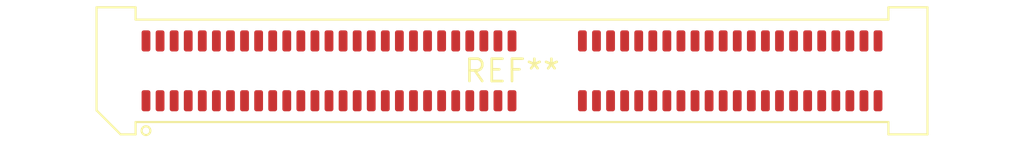
<source format=kicad_pcb>
(kicad_pcb (version 20240108) (generator pcbnew)
  (layers (0 "F.Cu" signal) (31 "B.Cu" signal) (34 "B.Paste" user) (35 "F.Paste" user) (36 "B.SilkS" user "B.Silkscreen") (37 "F.SilkS" user "F.Silkscreen") (38 "B.Mask" user) (39 "F.Mask" user) (44 "Edge.Cuts" user))
  (net 0 "")
  (footprint "Samtec_HSEC8-149-01-X-DV_2x49_P0.8mm_Pol27_Socket" (layer "F.Cu") (at 0 0)
    (property "Reference" "REF**")
    (property "Value" "Samtec_HSEC8-149-01-X-DV_2x49_P0.8mm_Pol27_Socket")
    (fp_line (start -23.61 -3.61) (end -21.39 -3.61) (layer "F.SilkS") (stroke (width 0.12)))
    (fp_line (start -23.61 2.245563) (end -23.61 -3.61) (layer "F.SilkS") (stroke (width 0.12)))
    (fp_line (start -22.245563 3.61) (end -23.61 2.245563) (layer "F.SilkS") (stroke (width 0.12)))
    (fp_line (start -21.39 -3.61) (end -21.39 -2.91) (layer "F.SilkS") (stroke (width 0.12)))
    (fp_line (start -21.39 -2.91) (end 21.39 -2.91) (layer "F.SilkS") (stroke (width 0.12)))
    (fp_line (start -21.39 2.91) (end -21.39 3.61) (layer "F.SilkS") (stroke (width 0.12)))
    (fp_line (start -21.39 3.61) (end -22.245563 3.61) (layer "F.SilkS") (stroke (width 0.12)))
    (fp_line (start 21.39 -3.61) (end 23.61 -3.61) (layer "F.SilkS") (stroke (width 0.12)))
    (fp_line (start 21.39 -2.91) (end 21.39 -3.61) (layer "F.SilkS") (stroke (width 0.12)))
    (fp_line (start 21.39 2.91) (end -21.39 2.91) (layer "F.SilkS") (stroke (width 0.12)))
    (fp_line (start 21.39 3.61) (end 21.39 2.91) (layer "F.SilkS") (stroke (width 0.12)))
    (fp_line (start 23.61 -3.61) (end 23.61 3.61) (layer "F.SilkS") (stroke (width 0.12)))
    (fp_line (start 23.61 3.61) (end 21.39 3.61) (layer "F.SilkS") (stroke (width 0.12)))
    (fp_arc (start -20.55 3.4) (mid -21.05 3.4) (end -20.55 3.4) (layer "F.SilkS") (stroke (width 0.12)))
    (pad "1" smd roundrect (at -20.8 1.7) (size 0.5 1.2) (layers "F.Cu" "F.Paste" "F.Mask"))
    (pad "2" smd roundrect (at -20.8 -1.7) (size 0.5 1.2) (layers "F.Cu" "F.Paste" "F.Mask"))
    (pad "3" smd roundrect (at -20 1.7) (size 0.5 1.2) (layers "F.Cu" "F.Paste" "F.Mask"))
    (pad "4" smd roundrect (at -20 -1.7) (size 0.5 1.2) (layers "F.Cu" "F.Paste" "F.Mask"))
    (pad "5" smd roundrect (at -19.2 1.7) (size 0.5 1.2) (layers "F.Cu" "F.Paste" "F.Mask"))
    (pad "6" smd roundrect (at -19.2 -1.7) (size 0.5 1.2) (layers "F.Cu" "F.Paste" "F.Mask"))
    (pad "7" smd roundrect (at -18.4 1.7) (size 0.5 1.2) (layers "F.Cu" "F.Paste" "F.Mask"))
    (pad "8" smd roundrect (at -18.4 -1.7) (size 0.5 1.2) (layers "F.Cu" "F.Paste" "F.Mask"))
    (pad "9" smd roundrect (at -17.6 1.7) (size 0.5 1.2) (layers "F.Cu" "F.Paste" "F.Mask"))
    (pad "10" smd roundrect (at -17.6 -1.7) (size 0.5 1.2) (layers "F.Cu" "F.Paste" "F.Mask"))
    (pad "11" smd roundrect (at -16.8 1.7) (size 0.5 1.2) (layers "F.Cu" "F.Paste" "F.Mask"))
    (pad "12" smd roundrect (at -16.8 -1.7) (size 0.5 1.2) (layers "F.Cu" "F.Paste" "F.Mask"))
    (pad "13" smd roundrect (at -16 1.7) (size 0.5 1.2) (layers "F.Cu" "F.Paste" "F.Mask"))
    (pad "14" smd roundrect (at -16 -1.7) (size 0.5 1.2) (layers "F.Cu" "F.Paste" "F.Mask"))
    (pad "15" smd roundrect (at -15.2 1.7) (size 0.5 1.2) (layers "F.Cu" "F.Paste" "F.Mask"))
    (pad "16" smd roundrect (at -15.2 -1.7) (size 0.5 1.2) (layers "F.Cu" "F.Paste" "F.Mask"))
    (pad "17" smd roundrect (at -14.4 1.7) (size 0.5 1.2) (layers "F.Cu" "F.Paste" "F.Mask"))
    (pad "18" smd roundrect (at -14.4 -1.7) (size 0.5 1.2) (layers "F.Cu" "F.Paste" "F.Mask"))
    (pad "19" smd roundrect (at -13.6 1.7) (size 0.5 1.2) (layers "F.Cu" "F.Paste" "F.Mask"))
    (pad "20" smd roundrect (at -13.6 -1.7) (size 0.5 1.2) (layers "F.Cu" "F.Paste" "F.Mask"))
    (pad "21" smd roundrect (at -12.8 1.7) (size 0.5 1.2) (layers "F.Cu" "F.Paste" "F.Mask"))
    (pad "22" smd roundrect (at -12.8 -1.7) (size 0.5 1.2) (layers "F.Cu" "F.Paste" "F.Mask"))
    (pad "23" smd roundrect (at -12 1.7) (size 0.5 1.2) (layers "F.Cu" "F.Paste" "F.Mask"))
    (pad "24" smd roundrect (at -12 -1.7) (size 0.5 1.2) (layers "F.Cu" "F.Paste" "F.Mask"))
    (pad "25" smd roundrect (at -11.2 1.7) (size 0.5 1.2) (layers "F.Cu" "F.Paste" "F.Mask"))
    (pad "26" smd roundrect (at -11.2 -1.7) (size 0.5 1.2) (layers "F.Cu" "F.Paste" "F.Mask"))
    (pad "27" smd roundrect (at -10.4 1.7) (size 0.5 1.2) (layers "F.Cu" "F.Paste" "F.Mask"))
    (pad "28" smd roundrect (at -10.4 -1.7) (size 0.5 1.2) (layers "F.Cu" "F.Paste" "F.Mask"))
    (pad "29" smd roundrect (at -9.6 1.7) (size 0.5 1.2) (layers "F.Cu" "F.Paste" "F.Mask"))
    (pad "30" smd roundrect (at -9.6 -1.7) (size 0.5 1.2) (layers "F.Cu" "F.Paste" "F.Mask"))
    (pad "31" smd roundrect (at -8.8 1.7) (size 0.5 1.2) (layers "F.Cu" "F.Paste" "F.Mask"))
    (pad "32" smd roundrect (at -8.8 -1.7) (size 0.5 1.2) (layers "F.Cu" "F.Paste" "F.Mask"))
    (pad "33" smd roundrect (at -8 1.7) (size 0.5 1.2) (layers "F.Cu" "F.Paste" "F.Mask"))
    (pad "34" smd roundrect (at -8 -1.7) (size 0.5 1.2) (layers "F.Cu" "F.Paste" "F.Mask"))
    (pad "35" smd roundrect (at -7.2 1.7) (size 0.5 1.2) (layers "F.Cu" "F.Paste" "F.Mask"))
    (pad "36" smd roundrect (at -7.2 -1.7) (size 0.5 1.2) (layers "F.Cu" "F.Paste" "F.Mask"))
    (pad "37" smd roundrect (at -6.4 1.7) (size 0.5 1.2) (layers "F.Cu" "F.Paste" "F.Mask"))
    (pad "38" smd roundrect (at -6.4 -1.7) (size 0.5 1.2) (layers "F.Cu" "F.Paste" "F.Mask"))
    (pad "39" smd roundrect (at -5.6 1.7) (size 0.5 1.2) (layers "F.Cu" "F.Paste" "F.Mask"))
    (pad "40" smd roundrect (at -5.6 -1.7) (size 0.5 1.2) (layers "F.Cu" "F.Paste" "F.Mask"))
    (pad "41" smd roundrect (at -4.8 1.7) (size 0.5 1.2) (layers "F.Cu" "F.Paste" "F.Mask"))
    (pad "42" smd roundrect (at -4.8 -1.7) (size 0.5 1.2) (layers "F.Cu" "F.Paste" "F.Mask"))
    (pad "43" smd roundrect (at -4 1.7) (size 0.5 1.2) (layers "F.Cu" "F.Paste" "F.Mask"))
    (pad "44" smd roundrect (at -4 -1.7) (size 0.5 1.2) (layers "F.Cu" "F.Paste" "F.Mask"))
    (pad "45" smd roundrect (at -3.2 1.7) (size 0.5 1.2) (layers "F.Cu" "F.Paste" "F.Mask"))
    (pad "46" smd roundrect (at -3.2 -1.7) (size 0.5 1.2) (layers "F.Cu" "F.Paste" "F.Mask"))
    (pad "47" smd roundrect (at -2.4 1.7) (size 0.5 1.2) (layers "F.Cu" "F.Paste" "F.Mask"))
    (pad "48" smd roundrect (at -2.4 -1.7) (size 0.5 1.2) (layers "F.Cu" "F.Paste" "F.Mask"))
    (pad "49" smd roundrect (at -1.6 1.7) (size 0.5 1.2) (layers "F.Cu" "F.Paste" "F.Mask"))
    (pad "50" smd roundrect (at -1.6 -1.7) (size 0.5 1.2) (layers "F.Cu" "F.Paste" "F.Mask"))
    (pad "51" smd roundrect (at -0.8 1.7) (size 0.5 1.2) (layers "F.Cu" "F.Paste" "F.Mask"))
    (pad "52" smd roundrect (at -0.8 -1.7) (size 0.5 1.2) (layers "F.Cu" "F.Paste" "F.Mask"))
    (pad "53" smd roundrect (at 0 1.7) (size 0.5 1.2) (layers "F.Cu" "F.Paste" "F.Mask"))
    (pad "54" smd roundrect (at 0 -1.7) (size 0.5 1.2) (layers "F.Cu" "F.Paste" "F.Mask"))
    (pad "55" smd roundrect (at 4 1.7) (size 0.5 1.2) (layers "F.Cu" "F.Paste" "F.Mask"))
    (pad "56" smd roundrect (at 4 -1.7) (size 0.5 1.2) (layers "F.Cu" "F.Paste" "F.Mask"))
    (pad "57" smd roundrect (at 4.8 1.7) (size 0.5 1.2) (layers "F.Cu" "F.Paste" "F.Mask"))
    (pad "58" smd roundrect (at 4.8 -1.7) (size 0.5 1.2) (layers "F.Cu" "F.Paste" "F.Mask"))
    (pad "59" smd roundrect (at 5.6 1.7) (size 0.5 1.2) (layers "F.Cu" "F.Paste" "F.Mask"))
    (pad "60" smd roundrect (at 5.6 -1.7) (size 0.5 1.2) (layers "F.Cu" "F.Paste" "F.Mask"))
    (pad "61" smd roundrect (at 6.4 1.7) (size 0.5 1.2) (layers "F.Cu" "F.Paste" "F.Mask"))
    (pad "62" smd roundrect (at 6.4 -1.7) (size 0.5 1.2) (layers "F.Cu" "F.Paste" "F.Mask"))
    (pad "63" smd roundrect (at 7.2 1.7) (size 0.5 1.2) (layers "F.Cu" "F.Paste" "F.Mask"))
    (pad "64" smd roundrect (at 7.2 -1.7) (size 0.5 1.2) (layers "F.Cu" "F.Paste" "F.Mask"))
    (pad "65" smd roundrect (at 8 1.7) (size 0.5 1.2) (layers "F.Cu" "F.Paste" "F.Mask"))
    (pad "66" smd roundrect (at 8 -1.7) (size 0.5 1.2) (layers "F.Cu" "F.Paste" "F.Mask"))
    (pad "67" smd roundrect (at 8.8 1.7) (size 0.5 1.2) (layers "F.Cu" "F.Paste" "F.Mask"))
    (pad "68" smd roundrect (at 8.8 -1.7) (size 0.5 1.2) (layers "F.Cu" "F.Paste" "F.Mask"))
    (pad "69" smd roundrect (at 9.6 1.7) (size 0.5 1.2) (layers "F.Cu" "F.Paste" "F.Mask"))
    (pad "70" smd roundrect (at 9.6 -1.7) (size 0.5 1.2) (layers "F.Cu" "F.Paste" "F.Mask"))
    (pad "71" smd roundrect (at 10.4 1.7) (size 0.5 1.2) (layers "F.Cu" "F.Paste" "F.Mask"))
    (pad "72" smd roundrect (at 10.4 -1.7) (size 0.5 1.2) (layers "F.Cu" "F.Paste" "F.Mask"))
    (pad "73" smd roundrect (at 11.2 1.7) (size 0.5 1.2) (layers "F.Cu" "F.Paste" "F.Mask"))
    (pad "74" smd roundrect (at 11.2 -1.7) (size 0.5 1.2) (layers "F.Cu" "F.Paste" "F.Mask"))
    (pad "75" smd roundrect (at 12 1.7) (size 0.5 1.2) (layers "F.Cu" "F.Paste" "F.Mask"))
    (pad "76" smd roundrect (at 12 -1.7) (size 0.5 1.2) (layers "F.Cu" "F.Paste" "F.Mask"))
    (pad "77" smd roundrect (at 12.8 1.7) (size 0.5 1.2) (layers "F.Cu" "F.Paste" "F.Mask"))
    (pad "78" smd roundrect (at 12.8 -1.7) (size 0.5 1.2) (layers "F.Cu" "F.Paste" "F.Mask"))
    (pad "79" smd roundrect (at 13.6 1.7) (size 0.5 1.2) (layers "F.Cu" "F.Paste" "F.Mask"))
    (pad "80" smd roundrect (at 13.6 -1.7) (size 0.5 1.2) (layers "F.Cu" "F.Paste" "F.Mask"))
    (pad "81" smd roundrect (at 14.4 1.7) (size 0.5 1.2) (layers "F.Cu" "F.Paste" "F.Mask"))
    (pad "82" smd roundrect (at 14.4 -1.7) (size 0.5 1.2) (layers "F.Cu" "F.Paste" "F.Mask"))
    (pad "83" smd roundrect (at 15.2 1.7) (size 0.5 1.2) (layers "F.Cu" "F.Paste" "F.Mask"))
    (pad "84" smd roundrect (at 15.2 -1.7) (size 0.5 1.2) (layers "F.Cu" "F.Paste" "F.Mask"))
    (pad "85" smd roundrect (at 16 1.7) (size 0.5 1.2) (layers "F.Cu" "F.Paste" "F.Mask"))
    (pad "86" smd roundrect (at 16 -1.7) (size 0.5 1.2) (layers "F.Cu" "F.Paste" "F.Mask"))
    (pad "87" smd roundrect (at 16.8 1.7) (size 0.5 1.2) (layers "F.Cu" "F.Paste" "F.Mask"))
    (pad "88" smd roundrect (at 16.8 -1.7) (size 0.5 1.2) (layers "F.Cu" "F.Paste" "F.Mask"))
    (pad "89" smd roundrect (at 17.6 1.7) (size 0.5 1.2) (layers "F.Cu" "F.Paste" "F.Mask"))
    (pad "90" smd roundrect (at 17.6 -1.7) (size 0.5 1.2) (layers "F.Cu" "F.Paste" "F.Mask"))
    (pad "91" smd roundrect (at 18.4 1.7) (size 0.5 1.2) (layers "F.Cu" "F.Paste" "F.Mask"))
    (pad "92" smd roundrect (at 18.4 -1.7) (size 0.5 1.2) (layers "F.Cu" "F.Paste" "F.Mask"))
    (pad "93" smd roundrect (at 19.2 1.7) (size 0.5 1.2) (layers "F.Cu" "F.Paste" "F.Mask"))
    (pad "94" smd roundrect (at 19.2 -1.7) (size 0.5 1.2) (layers "F.Cu" "F.Paste" "F.Mask"))
    (pad "95" smd roundrect (at 20 1.7) (size 0.5 1.2) (layers "F.Cu" "F.Paste" "F.Mask"))
    (pad "96" smd roundrect (at 20 -1.7) (size 0.5 1.2) (layers "F.Cu" "F.Paste" "F.Mask"))
    (pad "97" smd roundrect (at 20.8 1.7) (size 0.5 1.2) (layers "F.Cu" "F.Paste" "F.Mask"))
    (pad "98" smd roundrect (at 20.8 -1.7) (size 0.5 1.2) (layers "F.Cu" "F.Paste" "F.Mask"))
  )
)
</source>
